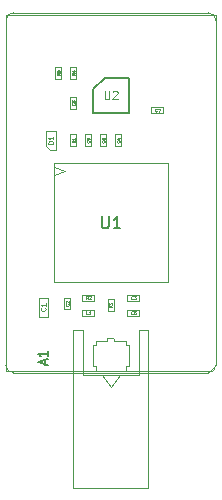
<source format=gbr>
%TF.GenerationSoftware,KiCad,Pcbnew,5.1.5+dfsg1-2~bpo10+1*%
%TF.CreationDate,Date%
%TF.ProjectId,ProMicro_GPS,50726f4d-6963-4726-9f5f-4750532e6b69,v3.1*%
%TF.SameCoordinates,Original*%
%TF.FileFunction,Other,Fab,Top*%
%FSLAX45Y45*%
G04 Gerber Fmt 4.5, Leading zero omitted, Abs format (unit mm)*
G04 Created by KiCad*
%MOMM*%
%LPD*%
G04 APERTURE LIST*
%ADD10C,0.100000*%
%ADD11C,0.150000*%
%ADD12C,0.200000*%
%ADD13C,0.040000*%
%ADD14C,0.105000*%
%ADD15C,0.060000*%
G04 APERTURE END LIST*
D10*
X127000Y2857500D02*
X127000Y-63500D01*
X-1587500Y-127000D02*
G75*
G02X-1651000Y-63500I0J63500D01*
G01*
X-1651000Y2857500D02*
G75*
G02X-1587500Y2921000I63500J0D01*
G01*
X63500Y2921000D02*
G75*
G02X127000Y2857500I0J-63500D01*
G01*
X127000Y-63500D02*
G75*
G02X63500Y-127000I-63500J0D01*
G01*
X-1587500Y2921000D02*
X63500Y2921000D01*
X-1651000Y-63500D02*
X-1651000Y2857500D01*
X63500Y-127000D02*
X-1587500Y-127000D01*
X-1650000Y2905000D02*
X127000Y2905000D01*
X127000Y2905000D02*
X127000Y-60000D01*
X80000Y-110000D02*
X127000Y-60000D01*
X80000Y-110000D02*
X-1650000Y-110000D01*
X-1650000Y-110000D02*
X-1650000Y2905000D01*
X-977500Y1791500D02*
X-977500Y1891500D01*
X-927500Y1791500D02*
X-977500Y1791500D01*
X-927500Y1891500D02*
X-927500Y1791500D01*
X-977500Y1891500D02*
X-927500Y1891500D01*
X-1104500Y2109000D02*
X-1104500Y2209000D01*
X-1054500Y2109000D02*
X-1104500Y2109000D01*
X-1054500Y2209000D02*
X-1054500Y2109000D01*
X-1104500Y2209000D02*
X-1054500Y2209000D01*
X-1054500Y2463000D02*
X-1054500Y2363000D01*
X-1104500Y2463000D02*
X-1054500Y2463000D01*
X-1104500Y2363000D02*
X-1104500Y2463000D01*
X-1054500Y2363000D02*
X-1104500Y2363000D01*
X-318300Y2070500D02*
X-418300Y2070500D01*
X-318300Y2120500D02*
X-318300Y2070500D01*
X-418300Y2120500D02*
X-318300Y2120500D01*
X-418300Y2070500D02*
X-418300Y2120500D01*
X-1155300Y509500D02*
X-1105300Y509500D01*
X-1105300Y509500D02*
X-1105300Y409500D01*
X-1105300Y409500D02*
X-1155300Y409500D01*
X-1155300Y409500D02*
X-1155300Y509500D01*
X-1181500Y2463000D02*
X-1181500Y2363000D01*
X-1231500Y2463000D02*
X-1181500Y2463000D01*
X-1231500Y2363000D02*
X-1231500Y2463000D01*
X-1181500Y2363000D02*
X-1231500Y2363000D01*
X-850500Y1791500D02*
X-850500Y1891500D01*
X-800500Y1791500D02*
X-850500Y1791500D01*
X-800500Y1891500D02*
X-800500Y1791500D01*
X-850500Y1891500D02*
X-800500Y1891500D01*
X-723500Y1791500D02*
X-723500Y1891500D01*
X-673500Y1791500D02*
X-723500Y1791500D01*
X-673500Y1891500D02*
X-673500Y1791500D01*
X-723500Y1891500D02*
X-673500Y1891500D01*
D11*
X-912000Y2272500D02*
X-812000Y2372500D01*
X-912000Y2072500D02*
X-912000Y2272500D01*
X-612000Y2072500D02*
X-912000Y2072500D01*
X-612000Y2372500D02*
X-612000Y2072500D01*
X-812000Y2372500D02*
X-612000Y2372500D01*
D10*
X-732000Y156000D02*
X-747000Y171000D01*
X-632000Y-114000D02*
X-632000Y-74000D01*
X-612000Y-74000D02*
X-632000Y-74000D01*
X-612000Y106000D02*
X-612000Y-74000D01*
X-632000Y-114000D02*
X-892000Y-114000D01*
X-892000Y-114000D02*
X-892000Y-74000D01*
X-912000Y-74000D02*
X-892000Y-74000D01*
X-912000Y106000D02*
X-912000Y-74000D01*
X-632000Y106000D02*
X-632000Y146000D01*
X-612000Y106000D02*
X-632000Y106000D01*
X-732000Y146000D02*
X-632000Y146000D01*
X-732000Y156000D02*
X-732000Y146000D01*
X-792000Y171000D02*
X-747000Y171000D01*
X-792000Y171000D02*
X-792000Y146000D01*
X-792000Y146000D02*
X-892000Y146000D01*
X-892000Y106000D02*
X-892000Y146000D01*
X-912000Y106000D02*
X-892000Y106000D01*
X-1104500Y1791500D02*
X-1104500Y1891500D01*
X-1054500Y1791500D02*
X-1104500Y1791500D01*
X-1054500Y1891500D02*
X-1054500Y1791500D01*
X-1104500Y1891500D02*
X-1054500Y1891500D01*
X-1230000Y1921500D02*
X-1310000Y1921500D01*
X-1230000Y1761500D02*
X-1230000Y1921500D01*
X-1280000Y1761500D02*
X-1230000Y1761500D01*
X-1310000Y1791500D02*
X-1280000Y1761500D01*
X-1310000Y1921500D02*
X-1310000Y1791500D01*
X-1373500Y349250D02*
X-1373500Y509250D01*
X-1293500Y349250D02*
X-1373500Y349250D01*
X-1293500Y509250D02*
X-1293500Y349250D01*
X-1373500Y509250D02*
X-1293500Y509250D01*
X-1002500Y483000D02*
X-1002500Y533000D01*
X-1002500Y533000D02*
X-902500Y533000D01*
X-902500Y533000D02*
X-902500Y483000D01*
X-902500Y483000D02*
X-1002500Y483000D01*
X-1002500Y356000D02*
X-1002500Y406000D01*
X-1002500Y406000D02*
X-902500Y406000D01*
X-902500Y406000D02*
X-902500Y356000D01*
X-902500Y356000D02*
X-1002500Y356000D01*
X-737000Y494500D02*
X-737000Y394500D01*
X-787000Y494500D02*
X-737000Y494500D01*
X-787000Y394500D02*
X-787000Y494500D01*
X-737000Y394500D02*
X-787000Y394500D01*
X-521500Y356000D02*
X-621500Y356000D01*
X-521500Y406000D02*
X-521500Y356000D01*
X-621500Y406000D02*
X-521500Y406000D01*
X-621500Y356000D02*
X-621500Y406000D01*
X-521500Y483000D02*
X-621500Y483000D01*
X-521500Y533000D02*
X-521500Y483000D01*
X-621500Y533000D02*
X-521500Y533000D01*
X-621500Y483000D02*
X-621500Y533000D01*
X-1079500Y234500D02*
X-1079500Y-1098500D01*
X-998500Y234500D02*
X-1079500Y234500D01*
X-998500Y-146500D02*
X-998500Y234500D01*
X-525500Y-146500D02*
X-998500Y-146500D01*
X-525500Y234500D02*
X-525500Y-146500D01*
X-444500Y234500D02*
X-525500Y234500D01*
X-444500Y234500D02*
X-444500Y-1098500D01*
X-445500Y-1098500D02*
X-1078500Y-1098500D01*
X-687000Y-146500D02*
X-762000Y-246500D01*
X-762000Y-246500D02*
X-837000Y-146500D01*
X-1247000Y1648000D02*
X-1247000Y638000D01*
X-277000Y1648000D02*
X-277000Y638000D01*
X-1247000Y1648000D02*
X-277000Y1648000D01*
X-1247000Y638000D02*
X-277000Y638000D01*
X-1147000Y1583000D02*
X-1247000Y1548000D01*
X-1247000Y1618000D02*
X-1147000Y1583000D01*
D12*
X-1320167Y-57143D02*
X-1320167Y-19048D01*
X-1297310Y-64762D02*
X-1377310Y-38095D01*
X-1297310Y-11428D01*
X-1297310Y57143D02*
X-1297310Y11429D01*
X-1297310Y34286D02*
X-1377310Y34286D01*
X-1365881Y26667D01*
X-1358262Y19048D01*
X-1354452Y11429D01*
D13*
X-943571Y1837333D02*
X-942381Y1836143D01*
X-941190Y1832571D01*
X-941190Y1830190D01*
X-942381Y1826619D01*
X-944762Y1824238D01*
X-947143Y1823048D01*
X-951905Y1821857D01*
X-955476Y1821857D01*
X-960238Y1823048D01*
X-962619Y1824238D01*
X-965000Y1826619D01*
X-966190Y1830190D01*
X-966190Y1832571D01*
X-965000Y1836143D01*
X-963810Y1837333D01*
X-941190Y1849238D02*
X-941190Y1854000D01*
X-942381Y1856381D01*
X-943571Y1857571D01*
X-947143Y1859952D01*
X-951905Y1861143D01*
X-961429Y1861143D01*
X-963810Y1859952D01*
X-965000Y1858762D01*
X-966190Y1856381D01*
X-966190Y1851619D01*
X-965000Y1849238D01*
X-963810Y1848048D01*
X-961429Y1846857D01*
X-955476Y1846857D01*
X-953095Y1848048D01*
X-951905Y1849238D01*
X-950714Y1851619D01*
X-950714Y1856381D01*
X-951905Y1858762D01*
X-953095Y1859952D01*
X-955476Y1861143D01*
X-1070572Y2154833D02*
X-1069381Y2153643D01*
X-1068191Y2150072D01*
X-1068191Y2147691D01*
X-1069381Y2144119D01*
X-1071762Y2141738D01*
X-1074143Y2140548D01*
X-1078905Y2139357D01*
X-1082476Y2139357D01*
X-1087238Y2140548D01*
X-1089619Y2141738D01*
X-1092000Y2144119D01*
X-1093191Y2147691D01*
X-1093191Y2150072D01*
X-1092000Y2153643D01*
X-1090810Y2154833D01*
X-1082476Y2169119D02*
X-1083667Y2166738D01*
X-1084857Y2165548D01*
X-1087238Y2164357D01*
X-1088429Y2164357D01*
X-1090810Y2165548D01*
X-1092000Y2166738D01*
X-1093191Y2169119D01*
X-1093191Y2173881D01*
X-1092000Y2176262D01*
X-1090810Y2177452D01*
X-1088429Y2178643D01*
X-1087238Y2178643D01*
X-1084857Y2177452D01*
X-1083667Y2176262D01*
X-1082476Y2173881D01*
X-1082476Y2169119D01*
X-1081286Y2166738D01*
X-1080095Y2165548D01*
X-1077714Y2164357D01*
X-1072952Y2164357D01*
X-1070572Y2165548D01*
X-1069381Y2166738D01*
X-1068191Y2169119D01*
X-1068191Y2173881D01*
X-1069381Y2176262D01*
X-1070572Y2177452D01*
X-1072952Y2178643D01*
X-1077714Y2178643D01*
X-1080095Y2177452D01*
X-1081286Y2176262D01*
X-1082476Y2173881D01*
X-1068191Y2408833D02*
X-1080095Y2400500D01*
X-1068191Y2394548D02*
X-1093191Y2394548D01*
X-1093191Y2404072D01*
X-1092000Y2406452D01*
X-1090810Y2407643D01*
X-1088429Y2408833D01*
X-1084857Y2408833D01*
X-1082476Y2407643D01*
X-1081286Y2406452D01*
X-1080095Y2404072D01*
X-1080095Y2394548D01*
X-1084857Y2430262D02*
X-1068191Y2430262D01*
X-1094381Y2424310D02*
X-1076524Y2418357D01*
X-1076524Y2433833D01*
X-372467Y2086571D02*
X-373657Y2085381D01*
X-377229Y2084190D01*
X-379610Y2084190D01*
X-383181Y2085381D01*
X-385562Y2087762D01*
X-386752Y2090143D01*
X-387943Y2094905D01*
X-387943Y2098476D01*
X-386752Y2103238D01*
X-385562Y2105619D01*
X-383181Y2108000D01*
X-379610Y2109191D01*
X-377229Y2109191D01*
X-373657Y2108000D01*
X-372467Y2106810D01*
X-364133Y2109191D02*
X-347467Y2109191D01*
X-358181Y2084190D01*
X-1121372Y455333D02*
X-1120181Y454143D01*
X-1118991Y450571D01*
X-1118991Y448190D01*
X-1120181Y444619D01*
X-1122562Y442238D01*
X-1124943Y441048D01*
X-1129705Y439857D01*
X-1133276Y439857D01*
X-1138038Y441048D01*
X-1140419Y442238D01*
X-1142800Y444619D01*
X-1143991Y448190D01*
X-1143991Y450571D01*
X-1142800Y454143D01*
X-1141610Y455333D01*
X-1141610Y464857D02*
X-1142800Y466048D01*
X-1143991Y468429D01*
X-1143991Y474381D01*
X-1142800Y476762D01*
X-1141610Y477952D01*
X-1139229Y479143D01*
X-1136848Y479143D01*
X-1133276Y477952D01*
X-1118991Y463667D01*
X-1118991Y479143D01*
X-1195191Y2408833D02*
X-1207095Y2400500D01*
X-1195191Y2394548D02*
X-1220191Y2394548D01*
X-1220191Y2404072D01*
X-1219000Y2406452D01*
X-1217810Y2407643D01*
X-1215429Y2408833D01*
X-1211857Y2408833D01*
X-1209476Y2407643D01*
X-1208286Y2406452D01*
X-1207095Y2404072D01*
X-1207095Y2394548D01*
X-1220191Y2431452D02*
X-1220191Y2419548D01*
X-1208286Y2418357D01*
X-1209476Y2419548D01*
X-1210667Y2421929D01*
X-1210667Y2427881D01*
X-1209476Y2430262D01*
X-1208286Y2431452D01*
X-1205905Y2432643D01*
X-1199952Y2432643D01*
X-1197572Y2431452D01*
X-1196381Y2430262D01*
X-1195191Y2427881D01*
X-1195191Y2421929D01*
X-1196381Y2419548D01*
X-1197572Y2418357D01*
X-816571Y1837333D02*
X-815381Y1836143D01*
X-814190Y1832571D01*
X-814190Y1830190D01*
X-815381Y1826619D01*
X-817762Y1824238D01*
X-820143Y1823048D01*
X-824905Y1821857D01*
X-828476Y1821857D01*
X-833238Y1823048D01*
X-835619Y1824238D01*
X-838000Y1826619D01*
X-839190Y1830190D01*
X-839190Y1832571D01*
X-838000Y1836143D01*
X-836810Y1837333D01*
X-839190Y1858762D02*
X-839190Y1854000D01*
X-838000Y1851619D01*
X-836810Y1850429D01*
X-833238Y1848048D01*
X-828476Y1846857D01*
X-818952Y1846857D01*
X-816571Y1848048D01*
X-815381Y1849238D01*
X-814190Y1851619D01*
X-814190Y1856381D01*
X-815381Y1858762D01*
X-816571Y1859952D01*
X-818952Y1861143D01*
X-824905Y1861143D01*
X-827286Y1859952D01*
X-828476Y1858762D01*
X-829667Y1856381D01*
X-829667Y1851619D01*
X-828476Y1849238D01*
X-827286Y1848048D01*
X-824905Y1846857D01*
X-689572Y1837333D02*
X-688381Y1836143D01*
X-687191Y1832571D01*
X-687191Y1830190D01*
X-688381Y1826619D01*
X-690762Y1824238D01*
X-693143Y1823048D01*
X-697905Y1821857D01*
X-701476Y1821857D01*
X-706238Y1823048D01*
X-708619Y1824238D01*
X-711000Y1826619D01*
X-712190Y1830190D01*
X-712190Y1832571D01*
X-711000Y1836143D01*
X-709810Y1837333D01*
X-703857Y1858762D02*
X-687191Y1858762D01*
X-713381Y1852810D02*
X-695524Y1846857D01*
X-695524Y1862333D01*
D14*
X-815333Y2260833D02*
X-815333Y2204167D01*
X-812000Y2197500D01*
X-808667Y2194167D01*
X-802000Y2190833D01*
X-788667Y2190833D01*
X-782000Y2194167D01*
X-778667Y2197500D01*
X-775333Y2204167D01*
X-775333Y2260833D01*
X-745333Y2254167D02*
X-742000Y2257500D01*
X-735333Y2260833D01*
X-718667Y2260833D01*
X-712000Y2257500D01*
X-708667Y2254167D01*
X-705333Y2247500D01*
X-705333Y2240833D01*
X-708667Y2230833D01*
X-748667Y2190833D01*
X-705333Y2190833D01*
D13*
X-1068191Y1837333D02*
X-1080095Y1829000D01*
X-1068191Y1823048D02*
X-1093191Y1823048D01*
X-1093191Y1832571D01*
X-1092000Y1834952D01*
X-1090810Y1836143D01*
X-1088429Y1837333D01*
X-1084857Y1837333D01*
X-1082476Y1836143D01*
X-1081286Y1834952D01*
X-1080095Y1832571D01*
X-1080095Y1823048D01*
X-1068191Y1861143D02*
X-1068191Y1846857D01*
X-1068191Y1854000D02*
X-1093191Y1854000D01*
X-1089619Y1851619D01*
X-1087238Y1849238D01*
X-1086048Y1846857D01*
D15*
X-1251905Y1811976D02*
X-1291905Y1811976D01*
X-1291905Y1821500D01*
X-1290000Y1827214D01*
X-1286191Y1831024D01*
X-1282381Y1832929D01*
X-1274762Y1834833D01*
X-1269048Y1834833D01*
X-1261429Y1832929D01*
X-1257619Y1831024D01*
X-1253810Y1827214D01*
X-1251905Y1821500D01*
X-1251905Y1811976D01*
X-1251905Y1872929D02*
X-1251905Y1850071D01*
X-1251905Y1861500D02*
X-1291905Y1861500D01*
X-1286191Y1857690D01*
X-1282381Y1853881D01*
X-1280476Y1850071D01*
X-1319214Y422583D02*
X-1317310Y420679D01*
X-1315405Y414964D01*
X-1315405Y411155D01*
X-1317310Y405440D01*
X-1321119Y401631D01*
X-1324929Y399726D01*
X-1332548Y397821D01*
X-1338262Y397821D01*
X-1345881Y399726D01*
X-1349691Y401631D01*
X-1353500Y405440D01*
X-1355405Y411155D01*
X-1355405Y414964D01*
X-1353500Y420679D01*
X-1351595Y422583D01*
X-1315405Y460679D02*
X-1315405Y437821D01*
X-1315405Y449250D02*
X-1355405Y449250D01*
X-1349691Y445440D01*
X-1345881Y441631D01*
X-1343976Y437821D01*
D13*
X-956667Y496690D02*
X-965000Y508595D01*
X-970952Y496690D02*
X-970952Y521690D01*
X-961429Y521690D01*
X-959048Y520500D01*
X-957857Y519310D01*
X-956667Y516929D01*
X-956667Y513357D01*
X-957857Y510976D01*
X-959048Y509786D01*
X-961429Y508595D01*
X-970952Y508595D01*
X-947143Y519310D02*
X-945952Y520500D01*
X-943571Y521690D01*
X-937619Y521690D01*
X-935238Y520500D01*
X-934048Y519310D01*
X-932857Y516929D01*
X-932857Y514548D01*
X-934048Y510976D01*
X-948333Y496690D01*
X-932857Y496690D01*
X-956667Y369690D02*
X-968571Y369690D01*
X-968571Y394690D01*
X-935238Y369690D02*
X-949524Y369690D01*
X-942381Y369690D02*
X-942381Y394690D01*
X-944762Y391119D01*
X-947143Y388738D01*
X-949524Y387548D01*
X-750690Y440333D02*
X-762595Y432000D01*
X-750690Y426048D02*
X-775690Y426048D01*
X-775690Y435571D01*
X-774500Y437952D01*
X-773310Y439143D01*
X-770929Y440333D01*
X-767357Y440333D01*
X-764976Y439143D01*
X-763786Y437952D01*
X-762595Y435571D01*
X-762595Y426048D01*
X-775690Y448667D02*
X-775690Y464143D01*
X-766167Y455810D01*
X-766167Y459381D01*
X-764976Y461762D01*
X-763786Y462952D01*
X-761405Y464143D01*
X-755452Y464143D01*
X-753071Y462952D01*
X-751881Y461762D01*
X-750690Y459381D01*
X-750690Y452238D01*
X-751881Y449857D01*
X-753071Y448667D01*
X-575667Y372071D02*
X-576857Y370881D01*
X-580429Y369690D01*
X-582810Y369690D01*
X-586381Y370881D01*
X-588762Y373262D01*
X-589952Y375643D01*
X-591143Y380405D01*
X-591143Y383976D01*
X-589952Y388738D01*
X-588762Y391119D01*
X-586381Y393500D01*
X-582810Y394690D01*
X-580429Y394690D01*
X-576857Y393500D01*
X-575667Y392310D01*
X-553048Y394690D02*
X-564952Y394690D01*
X-566143Y382786D01*
X-564952Y383976D01*
X-562572Y385167D01*
X-556619Y385167D01*
X-554238Y383976D01*
X-553048Y382786D01*
X-551857Y380405D01*
X-551857Y374452D01*
X-553048Y372071D01*
X-554238Y370881D01*
X-556619Y369690D01*
X-562572Y369690D01*
X-564952Y370881D01*
X-566143Y372071D01*
X-575667Y499071D02*
X-576857Y497881D01*
X-580429Y496690D01*
X-582810Y496690D01*
X-586381Y497881D01*
X-588762Y500262D01*
X-589952Y502643D01*
X-591143Y507405D01*
X-591143Y510976D01*
X-589952Y515738D01*
X-588762Y518119D01*
X-586381Y520500D01*
X-582810Y521690D01*
X-580429Y521690D01*
X-576857Y520500D01*
X-575667Y519310D01*
X-567333Y521690D02*
X-551857Y521690D01*
X-560191Y512167D01*
X-556619Y512167D01*
X-554238Y510976D01*
X-553048Y509786D01*
X-551857Y507405D01*
X-551857Y501452D01*
X-553048Y499071D01*
X-554238Y497881D01*
X-556619Y496690D01*
X-563762Y496690D01*
X-566143Y497881D01*
X-567333Y499071D01*
D11*
X-838190Y1197762D02*
X-838190Y1116810D01*
X-833429Y1107286D01*
X-828667Y1102524D01*
X-819143Y1097762D01*
X-800095Y1097762D01*
X-790571Y1102524D01*
X-785810Y1107286D01*
X-781048Y1116810D01*
X-781048Y1197762D01*
X-681048Y1097762D02*
X-738190Y1097762D01*
X-709619Y1097762D02*
X-709619Y1197762D01*
X-719143Y1183476D01*
X-728667Y1173952D01*
X-738190Y1169191D01*
M02*

</source>
